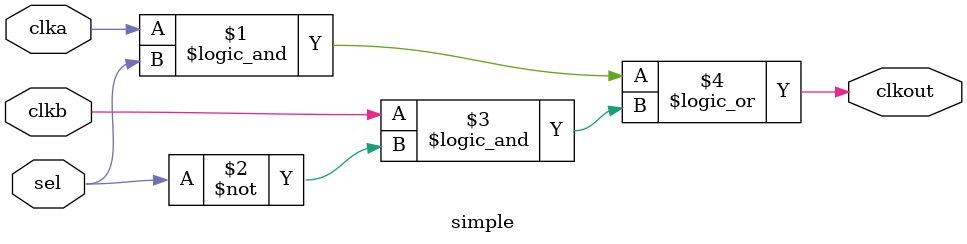
<source format=v>
module simple(

    input sel,//sel==1'b1时，输出clka，否则，输出clkb
    input clka,
    input clkb,
    
    output clkout

    );
    
    assign clkout = (clka && sel) || (clkb && ~sel);
    
endmodule
</source>
